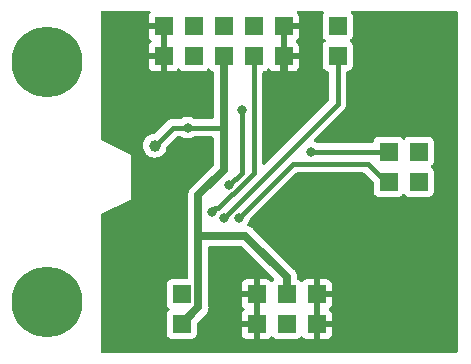
<source format=gbr>
%TF.GenerationSoftware,KiCad,Pcbnew,6.0.11+dfsg-1~bpo11+1*%
%TF.CreationDate,2023-05-28T01:52:08+00:00*%
%TF.ProjectId,LIGHTNING01,4c494748-544e-4494-9e47-30312e6b6963,01A*%
%TF.SameCoordinates,Original*%
%TF.FileFunction,Copper,L1,Top*%
%TF.FilePolarity,Positive*%
%FSLAX46Y46*%
G04 Gerber Fmt 4.6, Leading zero omitted, Abs format (unit mm)*
G04 Created by KiCad (PCBNEW 6.0.11+dfsg-1~bpo11+1) date 2023-05-28 01:52:08*
%MOMM*%
%LPD*%
G01*
G04 APERTURE LIST*
%TA.AperFunction,ComponentPad*%
%ADD10C,6.000000*%
%TD*%
%TA.AperFunction,ComponentPad*%
%ADD11R,1.524000X1.524000*%
%TD*%
%TA.AperFunction,ViaPad*%
%ADD12C,1.000000*%
%TD*%
%TA.AperFunction,ViaPad*%
%ADD13C,0.800000*%
%TD*%
%TA.AperFunction,Conductor*%
%ADD14C,0.700000*%
%TD*%
%TA.AperFunction,Conductor*%
%ADD15C,0.450000*%
%TD*%
G04 APERTURE END LIST*
D10*
%TO.P,M3,1*%
%TO.N,GND*%
X35560000Y5080000D03*
%TD*%
%TO.P,M1,1*%
%TO.N,GND*%
X5080000Y25400000D03*
%TD*%
%TO.P,M2,1*%
%TO.N,GND*%
X5080000Y5080000D03*
%TD*%
%TO.P,M4,1*%
%TO.N,GND*%
X35560000Y25400000D03*
%TD*%
D11*
%TO.P,J1,1*%
%TO.N,/ADR0*%
X16510000Y5715000D03*
%TO.P,J1,2*%
%TO.N,VCC*%
X16510000Y3175000D03*
%TD*%
%TO.P,J3,1*%
%TO.N,/MISO*%
X29718000Y28448000D03*
%TO.P,J3,2*%
X29718000Y25908000D03*
%TD*%
%TO.P,J4,1*%
%TO.N,/SDA_MOSI*%
X22606000Y28391327D03*
%TO.P,J4,2*%
X22606000Y25851327D03*
%TD*%
%TO.P,J5,1*%
%TO.N,/SCL*%
X17526000Y28391327D03*
%TO.P,J5,2*%
X17526000Y25851327D03*
%TD*%
%TO.P,J6,1*%
%TO.N,/IRQ*%
X34036000Y15240000D03*
%TO.P,J6,2*%
X36576000Y15240000D03*
%TD*%
%TO.P,J10,1*%
%TO.N,GND*%
X27940000Y5715000D03*
%TO.P,J10,2*%
X27940000Y3175000D03*
%TO.P,J10,3*%
%TO.N,VCC*%
X25400000Y5715000D03*
%TO.P,J10,4*%
X25400000Y3175000D03*
%TO.P,J10,5*%
%TO.N,GND*%
X22860000Y5715000D03*
%TO.P,J10,6*%
X22860000Y3175000D03*
%TD*%
%TO.P,J8,1*%
%TO.N,GND*%
X25146000Y25851327D03*
%TO.P,J8,2*%
X25146000Y28391327D03*
%TD*%
%TO.P,J7,1*%
%TO.N,VCC*%
X20066000Y25851327D03*
%TO.P,J7,2*%
X20066000Y28391327D03*
%TD*%
%TO.P,J9,1*%
%TO.N,GND*%
X14986000Y25851327D03*
%TO.P,J9,2*%
X14986000Y28391327D03*
%TD*%
%TO.P,J2,1*%
%TO.N,/CS*%
X34036000Y17780000D03*
%TO.P,J2,2*%
X36576000Y17780000D03*
%TD*%
D12*
%TO.N,GND*%
X10414000Y1524000D03*
X18542000Y1524000D03*
X10414000Y4064000D03*
X24384000Y20574000D03*
D13*
X17272000Y16510000D03*
D12*
X11176000Y21844000D03*
X12700000Y17780000D03*
X33274000Y11430000D03*
X34544000Y20320000D03*
X36322000Y20320000D03*
X28194000Y13716000D03*
X10668000Y24638000D03*
X16962773Y21566673D03*
X18542000Y2794000D03*
X10668000Y28448000D03*
D13*
X16510000Y15748000D03*
D12*
X25908000Y23622000D03*
X30734000Y7366000D03*
X12827000Y14097000D03*
X11430000Y19812000D03*
X10668000Y26670000D03*
X12700000Y28448000D03*
X11938000Y23114000D03*
D13*
X15748000Y16510000D03*
D12*
X28194000Y8636000D03*
D13*
X15748000Y15049500D03*
D12*
%TO.N,VCC*%
X14224000Y18288000D03*
D13*
X17018000Y19812000D03*
%TO.N,/SCL*%
X21590000Y21336000D03*
X20493984Y14986000D03*
%TO.N,/CS*%
X27432000Y17780000D03*
%TO.N,/MISO*%
X20066000Y12192000D03*
%TO.N,/IRQ*%
X21336000Y12192000D03*
%TO.N,/SDA_MOSI*%
X19050000Y12700000D03*
%TD*%
D14*
%TO.N,GND*%
X11176000Y21844000D02*
X11176000Y20066000D01*
X15748000Y15049500D02*
X15748000Y9398000D01*
X12700000Y28448000D02*
X10668000Y28448000D01*
X15748000Y9398000D02*
X10414000Y4064000D01*
X10668000Y24638000D02*
X10668000Y24384000D01*
X25146000Y25851327D02*
X25146000Y21336000D01*
X35560000Y25400000D02*
X32560001Y22400001D01*
X32560001Y22400001D02*
X32560001Y22303999D01*
X10414000Y1524000D02*
X18542000Y1524000D01*
X10668000Y26670000D02*
X10668000Y24638000D01*
X35560000Y9322640D02*
X33452640Y11430000D01*
X33452640Y11430000D02*
X33274000Y11430000D01*
X35560000Y5080000D02*
X35560000Y9322640D01*
X11176000Y20066000D02*
X11430000Y19812000D01*
X25146000Y21336000D02*
X24384000Y20574000D01*
X29464000Y7366000D02*
X28194000Y8636000D01*
X32560001Y22303999D02*
X34544000Y20320000D01*
X10668000Y24384000D02*
X11938000Y23114000D01*
X16510000Y15748000D02*
X15748000Y16510000D01*
X16510000Y15748000D02*
X16510000Y16002000D01*
X30734000Y7366000D02*
X29464000Y7366000D01*
%TO.N,VCC*%
X25400000Y5715000D02*
X25400000Y7177000D01*
D15*
X17018000Y19812000D02*
X16764000Y19812000D01*
D14*
X17922001Y10668000D02*
X17922001Y4587001D01*
X20066000Y19812000D02*
X20066000Y25851327D01*
X17922001Y14112001D02*
X20066000Y16256000D01*
D15*
X16764000Y19812000D02*
X15748000Y19812000D01*
X15748000Y19812000D02*
X14224000Y18288000D01*
D14*
X21909000Y10668000D02*
X17922001Y10668000D01*
X20066000Y18542000D02*
X20066000Y19812000D01*
X17922001Y10668000D02*
X17922001Y14112001D01*
X25400000Y7177000D02*
X21909000Y10668000D01*
X20066000Y16256000D02*
X20066000Y18542000D01*
X17922001Y4587001D02*
X16510000Y3175000D01*
D15*
X20066000Y19812000D02*
X17018000Y19812000D01*
%TO.N,/SCL*%
X20493984Y14986000D02*
X21590000Y16002000D01*
X21590000Y21336000D02*
X21590000Y16002000D01*
%TO.N,/CS*%
X27432000Y17780000D02*
X34036000Y17780000D01*
%TO.N,/MISO*%
X29718000Y25908000D02*
X29718000Y21844000D01*
X29718000Y21844000D02*
X20066000Y12192000D01*
%TO.N,/IRQ*%
X25908000Y16764000D02*
X24384000Y15240000D01*
X24384000Y15240000D02*
X21336000Y12192000D01*
X33782000Y15240000D02*
X32258000Y16764000D01*
X32258000Y16764000D02*
X25908000Y16764000D01*
X34036000Y15240000D02*
X33782000Y15240000D01*
%TO.N,/SDA_MOSI*%
X20828000Y14224000D02*
X22606000Y16002000D01*
X19587001Y12999999D02*
X20811002Y14224000D01*
X19050000Y12700000D02*
X19349999Y12999999D01*
X22606000Y16002000D02*
X22606000Y25851327D01*
X19349999Y12999999D02*
X19587001Y12999999D01*
X20811002Y14224000D02*
X20828000Y14224000D01*
%TD*%
%TA.AperFunction,Conductor*%
%TO.N,GND*%
G36*
X13828169Y29697498D02*
G01*
X13874662Y29643842D01*
X13884766Y29573568D01*
X13860874Y29515935D01*
X13779214Y29406976D01*
X13770676Y29391381D01*
X13725522Y29270933D01*
X13721895Y29255678D01*
X13716369Y29204813D01*
X13716000Y29197999D01*
X13716000Y28663442D01*
X13720475Y28648203D01*
X13721865Y28646998D01*
X13729548Y28645327D01*
X15114000Y28645327D01*
X15182121Y28625325D01*
X15228614Y28571669D01*
X15240000Y28519327D01*
X15240000Y24599443D01*
X15244475Y24584204D01*
X15245865Y24582999D01*
X15253548Y24581328D01*
X15792669Y24581328D01*
X15799490Y24581698D01*
X15850352Y24587222D01*
X15865604Y24590848D01*
X15986054Y24636003D01*
X16001649Y24644541D01*
X16103724Y24721042D01*
X16116285Y24733603D01*
X16154862Y24785076D01*
X16211721Y24827591D01*
X16282540Y24832617D01*
X16344833Y24798557D01*
X16356509Y24785082D01*
X16400739Y24726066D01*
X16517295Y24638712D01*
X16653684Y24587582D01*
X16715866Y24580827D01*
X18336134Y24580827D01*
X18398316Y24587582D01*
X18534705Y24638712D01*
X18651261Y24726066D01*
X18695174Y24784659D01*
X18752033Y24827174D01*
X18822852Y24832200D01*
X18885145Y24798140D01*
X18896825Y24784660D01*
X18940739Y24726066D01*
X19057295Y24638712D01*
X19065704Y24635560D01*
X19065705Y24635559D01*
X19125729Y24613057D01*
X19182494Y24570416D01*
X19207194Y24503854D01*
X19207500Y24495075D01*
X19207500Y20671500D01*
X19187498Y20603379D01*
X19133842Y20556886D01*
X19081500Y20545500D01*
X17594996Y20545500D01*
X17526875Y20565502D01*
X17520935Y20569564D01*
X17480094Y20599237D01*
X17480093Y20599238D01*
X17474752Y20603118D01*
X17468724Y20605802D01*
X17468722Y20605803D01*
X17306319Y20678109D01*
X17306318Y20678109D01*
X17300288Y20680794D01*
X17206888Y20700647D01*
X17119944Y20719128D01*
X17119939Y20719128D01*
X17113487Y20720500D01*
X16922513Y20720500D01*
X16916061Y20719128D01*
X16916056Y20719128D01*
X16829113Y20700647D01*
X16735712Y20680794D01*
X16729682Y20678109D01*
X16729681Y20678109D01*
X16567278Y20605803D01*
X16567276Y20605802D01*
X16561248Y20603118D01*
X16555907Y20599238D01*
X16555906Y20599237D01*
X16515065Y20569564D01*
X16448197Y20545706D01*
X16441004Y20545500D01*
X15813166Y20545500D01*
X15794216Y20546933D01*
X15781007Y20548943D01*
X15781003Y20548943D01*
X15773773Y20550043D01*
X15766481Y20549450D01*
X15766477Y20549450D01*
X15723019Y20545915D01*
X15712805Y20545500D01*
X15705174Y20545500D01*
X15701540Y20545076D01*
X15701534Y20545076D01*
X15689039Y20543619D01*
X15677942Y20542325D01*
X15673594Y20541895D01*
X15603295Y20536177D01*
X15596331Y20533921D01*
X15590835Y20532823D01*
X15585382Y20531534D01*
X15578110Y20530686D01*
X15511798Y20506616D01*
X15507667Y20505198D01*
X15487894Y20498792D01*
X15447538Y20485719D01*
X15447534Y20485717D01*
X15440579Y20483464D01*
X15434329Y20479672D01*
X15429212Y20477329D01*
X15424205Y20474822D01*
X15417333Y20472327D01*
X15411220Y20468319D01*
X15411216Y20468317D01*
X15358337Y20433647D01*
X15354616Y20431300D01*
X15294355Y20394733D01*
X15286245Y20387570D01*
X15286229Y20387588D01*
X15282925Y20384658D01*
X15280414Y20382559D01*
X15274294Y20378546D01*
X15269262Y20373234D01*
X15222816Y20324205D01*
X15220438Y20321763D01*
X14229174Y19330499D01*
X14166862Y19296473D01*
X14151501Y19294113D01*
X14115090Y19290800D01*
X14040251Y19283989D01*
X14040248Y19283988D01*
X14034112Y19283430D01*
X14028206Y19281692D01*
X14028202Y19281691D01*
X13923076Y19250751D01*
X13844381Y19227590D01*
X13838923Y19224737D01*
X13838919Y19224735D01*
X13748147Y19177280D01*
X13669110Y19135960D01*
X13514975Y19012032D01*
X13387846Y18860526D01*
X13384879Y18855128D01*
X13384875Y18855123D01*
X13348362Y18788705D01*
X13292567Y18687213D01*
X13290706Y18681346D01*
X13290705Y18681344D01*
X13245095Y18537564D01*
X13232765Y18498694D01*
X13210719Y18302149D01*
X13227268Y18105066D01*
X13281783Y17914950D01*
X13372187Y17739044D01*
X13495035Y17584047D01*
X13499728Y17580053D01*
X13499729Y17580052D01*
X13565264Y17524278D01*
X13645650Y17455864D01*
X13818294Y17359376D01*
X14006392Y17298260D01*
X14202777Y17274842D01*
X14208912Y17275314D01*
X14208914Y17275314D01*
X14393830Y17289543D01*
X14393834Y17289544D01*
X14399972Y17290016D01*
X14590463Y17343202D01*
X14595967Y17345982D01*
X14595969Y17345983D01*
X14761495Y17429596D01*
X14761497Y17429597D01*
X14766996Y17432375D01*
X14922847Y17554139D01*
X15052078Y17703855D01*
X15149769Y17875821D01*
X15212197Y18063487D01*
X15232150Y18221432D01*
X15260532Y18286509D01*
X15268061Y18294735D01*
X16014921Y19041595D01*
X16077233Y19075621D01*
X16104016Y19078500D01*
X16441004Y19078500D01*
X16509125Y19058498D01*
X16515065Y19054436D01*
X16520483Y19050500D01*
X16561248Y19020882D01*
X16567276Y19018198D01*
X16567278Y19018197D01*
X16636834Y18987229D01*
X16735712Y18943206D01*
X16829112Y18923353D01*
X16916056Y18904872D01*
X16916061Y18904872D01*
X16922513Y18903500D01*
X17113487Y18903500D01*
X17119939Y18904872D01*
X17119944Y18904872D01*
X17206888Y18923353D01*
X17300288Y18943206D01*
X17399166Y18987229D01*
X17468722Y19018197D01*
X17468724Y19018198D01*
X17474752Y19020882D01*
X17515518Y19050500D01*
X17520935Y19054436D01*
X17587803Y19078294D01*
X17594996Y19078500D01*
X19081500Y19078500D01*
X19149621Y19058498D01*
X19196114Y19004842D01*
X19207500Y18952500D01*
X19207500Y16663792D01*
X19187498Y16595671D01*
X19170595Y16574697D01*
X17344218Y14748321D01*
X17336452Y14741179D01*
X17296634Y14707530D01*
X17292487Y14702106D01*
X17292486Y14702105D01*
X17247327Y14643039D01*
X17245433Y14640622D01*
X17194491Y14577263D01*
X17191454Y14571144D01*
X17189666Y14568349D01*
X17189413Y14567988D01*
X17189211Y14567621D01*
X17187480Y14564763D01*
X17183341Y14559349D01*
X17161071Y14511590D01*
X17149016Y14485739D01*
X17147682Y14482968D01*
X17111554Y14410187D01*
X17109903Y14403566D01*
X17108752Y14400438D01*
X17108588Y14400045D01*
X17108469Y14399640D01*
X17107392Y14396476D01*
X17104511Y14390297D01*
X17097803Y14360285D01*
X17086786Y14310999D01*
X17086077Y14308003D01*
X17066429Y14229200D01*
X17066238Y14222379D01*
X17065786Y14219076D01*
X17065627Y14218192D01*
X17064949Y14213309D01*
X17063821Y14208261D01*
X17063501Y14202538D01*
X17063501Y14126157D01*
X17063452Y14122638D01*
X17061220Y14042744D01*
X17062499Y14036040D01*
X17063046Y14029239D01*
X17062526Y14029197D01*
X17063501Y14018876D01*
X17063501Y10749010D01*
X17061809Y10728431D01*
X17059785Y10716205D01*
X17060142Y10709389D01*
X17060142Y10709385D01*
X17063328Y10648607D01*
X17063501Y10642012D01*
X17063501Y7111500D01*
X17043499Y7043379D01*
X16989843Y6996886D01*
X16937501Y6985500D01*
X15699866Y6985500D01*
X15637684Y6978745D01*
X15501295Y6927615D01*
X15384739Y6840261D01*
X15297385Y6723705D01*
X15246255Y6587316D01*
X15239500Y6525134D01*
X15239500Y4904866D01*
X15246255Y4842684D01*
X15297385Y4706295D01*
X15384739Y4589739D01*
X15391919Y4584358D01*
X15443332Y4545826D01*
X15485847Y4488967D01*
X15490873Y4418148D01*
X15456813Y4355855D01*
X15443333Y4344175D01*
X15384739Y4300261D01*
X15297385Y4183705D01*
X15246255Y4047316D01*
X15239500Y3985134D01*
X15239500Y2364866D01*
X15246255Y2302684D01*
X15297385Y2166295D01*
X15384739Y2049739D01*
X15501295Y1962385D01*
X15637684Y1911255D01*
X15699866Y1904500D01*
X17320134Y1904500D01*
X17382316Y1911255D01*
X17518705Y1962385D01*
X17635261Y2049739D01*
X17722615Y2166295D01*
X17773745Y2302684D01*
X17780500Y2364866D01*
X17780500Y2368331D01*
X21590001Y2368331D01*
X21590371Y2361510D01*
X21595895Y2310648D01*
X21599521Y2295396D01*
X21644676Y2174946D01*
X21653214Y2159351D01*
X21729715Y2057276D01*
X21742276Y2044715D01*
X21844351Y1968214D01*
X21859946Y1959676D01*
X21980394Y1914522D01*
X21995649Y1910895D01*
X22046514Y1905369D01*
X22053328Y1905000D01*
X22587885Y1905000D01*
X22603124Y1909475D01*
X22604329Y1910865D01*
X22606000Y1918548D01*
X22606000Y2902885D01*
X22601525Y2918124D01*
X22600135Y2919329D01*
X22592452Y2921000D01*
X21608116Y2921000D01*
X21592877Y2916525D01*
X21591672Y2915135D01*
X21590001Y2907452D01*
X21590001Y2368331D01*
X17780500Y2368331D01*
X17780500Y3179207D01*
X17800502Y3247328D01*
X17817405Y3268303D01*
X17996217Y3447115D01*
X21590000Y3447115D01*
X21594475Y3431876D01*
X21595865Y3430671D01*
X21603548Y3429000D01*
X22587885Y3429000D01*
X22603124Y3433475D01*
X22604329Y3434865D01*
X22606000Y3442548D01*
X22606000Y5442885D01*
X22601525Y5458124D01*
X22600135Y5459329D01*
X22592452Y5461000D01*
X21608116Y5461000D01*
X21592877Y5456525D01*
X21591672Y5455135D01*
X21590001Y5447452D01*
X21590001Y4908331D01*
X21590371Y4901510D01*
X21595895Y4850648D01*
X21599521Y4835396D01*
X21644676Y4714946D01*
X21653214Y4699351D01*
X21729715Y4597276D01*
X21742275Y4584716D01*
X21794165Y4545827D01*
X21836681Y4488968D01*
X21841707Y4418149D01*
X21807647Y4355856D01*
X21794165Y4344173D01*
X21742275Y4305284D01*
X21729715Y4292724D01*
X21653214Y4190649D01*
X21644676Y4175054D01*
X21599522Y4054606D01*
X21595895Y4039351D01*
X21590369Y3988486D01*
X21590000Y3981672D01*
X21590000Y3447115D01*
X17996217Y3447115D01*
X18499790Y3950687D01*
X18507557Y3957829D01*
X18542154Y3987065D01*
X18542158Y3987069D01*
X18547368Y3991472D01*
X18596680Y4055970D01*
X18598574Y4058386D01*
X18645233Y4116418D01*
X18645234Y4116419D01*
X18649511Y4121739D01*
X18652548Y4127858D01*
X18654336Y4130653D01*
X18654589Y4131014D01*
X18654791Y4131381D01*
X18656522Y4134239D01*
X18660661Y4139653D01*
X18694987Y4213265D01*
X18696321Y4216037D01*
X18729415Y4282705D01*
X18732448Y4288815D01*
X18734099Y4295436D01*
X18735250Y4298564D01*
X18735414Y4298957D01*
X18735533Y4299362D01*
X18736610Y4302526D01*
X18739491Y4308705D01*
X18757216Y4388003D01*
X18757925Y4390999D01*
X18775922Y4463180D01*
X18775922Y4463181D01*
X18777573Y4469802D01*
X18777764Y4476623D01*
X18778216Y4479926D01*
X18778375Y4480810D01*
X18779053Y4485693D01*
X18780181Y4490741D01*
X18780501Y4496464D01*
X18780501Y4572845D01*
X18780550Y4576364D01*
X18782591Y4649438D01*
X18782782Y4656258D01*
X18781503Y4662962D01*
X18780956Y4669763D01*
X18781476Y4669805D01*
X18780501Y4680126D01*
X18780501Y5987115D01*
X21590000Y5987115D01*
X21594475Y5971876D01*
X21595865Y5970671D01*
X21603548Y5969000D01*
X22587885Y5969000D01*
X22603124Y5973475D01*
X22604329Y5974865D01*
X22606000Y5982548D01*
X22606000Y6966884D01*
X22601525Y6982123D01*
X22600135Y6983328D01*
X22592452Y6984999D01*
X22053331Y6984999D01*
X22046510Y6984629D01*
X21995648Y6979105D01*
X21980396Y6975479D01*
X21859946Y6930324D01*
X21844351Y6921786D01*
X21742276Y6845285D01*
X21729715Y6832724D01*
X21653214Y6730649D01*
X21644676Y6715054D01*
X21599522Y6594606D01*
X21595895Y6579351D01*
X21590369Y6528486D01*
X21590000Y6521672D01*
X21590000Y5987115D01*
X18780501Y5987115D01*
X18780501Y9683500D01*
X18800503Y9751621D01*
X18854159Y9798114D01*
X18906501Y9809500D01*
X21501208Y9809500D01*
X21569329Y9789498D01*
X21590303Y9772595D01*
X24313675Y7049222D01*
X24347701Y6986910D01*
X24342636Y6916094D01*
X24300145Y6859302D01*
X24274739Y6840261D01*
X24230513Y6781251D01*
X24173656Y6738736D01*
X24102837Y6733710D01*
X24040544Y6767770D01*
X24028862Y6781251D01*
X23990285Y6832724D01*
X23977724Y6845285D01*
X23875649Y6921786D01*
X23860054Y6930324D01*
X23739606Y6975478D01*
X23724351Y6979105D01*
X23673486Y6984631D01*
X23666672Y6985000D01*
X23132115Y6985000D01*
X23116876Y6980525D01*
X23115671Y6979135D01*
X23114000Y6971452D01*
X23114000Y1923116D01*
X23118475Y1907877D01*
X23119865Y1906672D01*
X23127548Y1905001D01*
X23666669Y1905001D01*
X23673490Y1905371D01*
X23724352Y1910895D01*
X23739604Y1914521D01*
X23860054Y1959676D01*
X23875649Y1968214D01*
X23977724Y2044715D01*
X23990285Y2057276D01*
X24028862Y2108749D01*
X24085721Y2151264D01*
X24156540Y2156290D01*
X24218833Y2122230D01*
X24230509Y2108755D01*
X24274739Y2049739D01*
X24391295Y1962385D01*
X24527684Y1911255D01*
X24589866Y1904500D01*
X26210134Y1904500D01*
X26272316Y1911255D01*
X26408705Y1962385D01*
X26525261Y2049739D01*
X26569487Y2108749D01*
X26626344Y2151264D01*
X26697163Y2156290D01*
X26759456Y2122230D01*
X26771138Y2108749D01*
X26809715Y2057276D01*
X26822276Y2044715D01*
X26924351Y1968214D01*
X26939946Y1959676D01*
X27060394Y1914522D01*
X27075649Y1910895D01*
X27126514Y1905369D01*
X27133328Y1905000D01*
X27667885Y1905000D01*
X27683124Y1909475D01*
X27684329Y1910865D01*
X27686000Y1918548D01*
X27686000Y1923116D01*
X28194000Y1923116D01*
X28198475Y1907877D01*
X28199865Y1906672D01*
X28207548Y1905001D01*
X28746669Y1905001D01*
X28753490Y1905371D01*
X28804352Y1910895D01*
X28819604Y1914521D01*
X28940054Y1959676D01*
X28955649Y1968214D01*
X29057724Y2044715D01*
X29070285Y2057276D01*
X29146786Y2159351D01*
X29155324Y2174946D01*
X29200478Y2295394D01*
X29204105Y2310649D01*
X29209631Y2361514D01*
X29210000Y2368328D01*
X29210000Y2902885D01*
X29205525Y2918124D01*
X29204135Y2919329D01*
X29196452Y2921000D01*
X28212115Y2921000D01*
X28196876Y2916525D01*
X28195671Y2915135D01*
X28194000Y2907452D01*
X28194000Y1923116D01*
X27686000Y1923116D01*
X27686000Y3447115D01*
X28194000Y3447115D01*
X28198475Y3431876D01*
X28199865Y3430671D01*
X28207548Y3429000D01*
X29191884Y3429000D01*
X29207123Y3433475D01*
X29208328Y3434865D01*
X29209999Y3442548D01*
X29209999Y3981669D01*
X29209629Y3988490D01*
X29204105Y4039352D01*
X29200479Y4054604D01*
X29155324Y4175054D01*
X29146786Y4190649D01*
X29070285Y4292724D01*
X29057725Y4305284D01*
X29005835Y4344173D01*
X28963319Y4401032D01*
X28958293Y4471851D01*
X28992353Y4534144D01*
X29005835Y4545827D01*
X29057725Y4584716D01*
X29070285Y4597276D01*
X29146786Y4699351D01*
X29155324Y4714946D01*
X29200478Y4835394D01*
X29204105Y4850649D01*
X29209631Y4901514D01*
X29210000Y4908328D01*
X29210000Y5442885D01*
X29205525Y5458124D01*
X29204135Y5459329D01*
X29196452Y5461000D01*
X28212115Y5461000D01*
X28196876Y5456525D01*
X28195671Y5455135D01*
X28194000Y5447452D01*
X28194000Y3447115D01*
X27686000Y3447115D01*
X27686000Y5987115D01*
X28194000Y5987115D01*
X28198475Y5971876D01*
X28199865Y5970671D01*
X28207548Y5969000D01*
X29191884Y5969000D01*
X29207123Y5973475D01*
X29208328Y5974865D01*
X29209999Y5982548D01*
X29209999Y6521669D01*
X29209629Y6528490D01*
X29204105Y6579352D01*
X29200479Y6594604D01*
X29155324Y6715054D01*
X29146786Y6730649D01*
X29070285Y6832724D01*
X29057724Y6845285D01*
X28955649Y6921786D01*
X28940054Y6930324D01*
X28819606Y6975478D01*
X28804351Y6979105D01*
X28753486Y6984631D01*
X28746672Y6985000D01*
X28212115Y6985000D01*
X28196876Y6980525D01*
X28195671Y6979135D01*
X28194000Y6971452D01*
X28194000Y5987115D01*
X27686000Y5987115D01*
X27686000Y6966884D01*
X27681525Y6982123D01*
X27680135Y6983328D01*
X27672452Y6984999D01*
X27133331Y6984999D01*
X27126510Y6984629D01*
X27075648Y6979105D01*
X27060396Y6975479D01*
X26939946Y6930324D01*
X26924351Y6921786D01*
X26822276Y6845285D01*
X26809715Y6832724D01*
X26771138Y6781251D01*
X26714279Y6738736D01*
X26643460Y6733710D01*
X26581167Y6767770D01*
X26569491Y6781245D01*
X26525261Y6840261D01*
X26408705Y6927615D01*
X26400296Y6930767D01*
X26400295Y6930768D01*
X26340271Y6953270D01*
X26283506Y6995911D01*
X26258806Y7062473D01*
X26258500Y7071252D01*
X26258500Y7135609D01*
X26258942Y7146152D01*
X26262733Y7191300D01*
X26263304Y7198098D01*
X26252563Y7278605D01*
X26252193Y7281659D01*
X26244154Y7355651D01*
X26243417Y7362437D01*
X26241239Y7368908D01*
X26240527Y7372148D01*
X26240450Y7372583D01*
X26240334Y7372983D01*
X26239537Y7376226D01*
X26238635Y7382988D01*
X26210839Y7459356D01*
X26209841Y7462206D01*
X26186098Y7532757D01*
X26183922Y7539223D01*
X26180409Y7545070D01*
X26179007Y7548104D01*
X26178847Y7548492D01*
X26178636Y7548879D01*
X26177172Y7551854D01*
X26174838Y7558267D01*
X26131333Y7626820D01*
X26129715Y7629439D01*
X26091369Y7693257D01*
X26087853Y7699109D01*
X26083160Y7704072D01*
X26081150Y7706720D01*
X26080627Y7707473D01*
X26077654Y7711404D01*
X26074891Y7715758D01*
X26071071Y7720032D01*
X26017075Y7774028D01*
X26014621Y7776550D01*
X25964381Y7829677D01*
X25959692Y7834636D01*
X25954044Y7838474D01*
X25948852Y7842893D01*
X25949192Y7843293D01*
X25941203Y7849900D01*
X22545320Y11245783D01*
X22538177Y11253550D01*
X22508935Y11288153D01*
X22504529Y11293367D01*
X22440031Y11342679D01*
X22437615Y11344573D01*
X22379583Y11391232D01*
X22379582Y11391233D01*
X22374262Y11395510D01*
X22368143Y11398547D01*
X22365348Y11400335D01*
X22364987Y11400588D01*
X22364620Y11400790D01*
X22361762Y11402521D01*
X22356348Y11406660D01*
X22282736Y11440986D01*
X22279964Y11442320D01*
X22213296Y11475414D01*
X22207186Y11478447D01*
X22200565Y11480098D01*
X22197437Y11481249D01*
X22197044Y11481413D01*
X22196639Y11481532D01*
X22193475Y11482609D01*
X22187296Y11485490D01*
X22168560Y11489678D01*
X22106443Y11524059D01*
X22072775Y11586565D01*
X22078244Y11657350D01*
X22086927Y11675644D01*
X22167223Y11814721D01*
X22167224Y11814722D01*
X22170527Y11820444D01*
X22229542Y12002072D01*
X22230232Y12008642D01*
X22230234Y12008649D01*
X22230299Y12009269D01*
X22230437Y12009604D01*
X22231605Y12015100D01*
X22232610Y12014886D01*
X22257315Y12074924D01*
X22266513Y12085188D01*
X24845739Y14664414D01*
X24845750Y14664424D01*
X26174921Y15993595D01*
X26237233Y16027621D01*
X26264016Y16030500D01*
X31901984Y16030500D01*
X31970105Y16010498D01*
X31991079Y15993595D01*
X32728595Y15256079D01*
X32762621Y15193767D01*
X32765500Y15166984D01*
X32765500Y14429866D01*
X32772255Y14367684D01*
X32823385Y14231295D01*
X32910739Y14114739D01*
X33027295Y14027385D01*
X33163684Y13976255D01*
X33225866Y13969500D01*
X34846134Y13969500D01*
X34908316Y13976255D01*
X35044705Y14027385D01*
X35161261Y14114739D01*
X35205174Y14173332D01*
X35262033Y14215847D01*
X35332852Y14220873D01*
X35395145Y14186813D01*
X35406825Y14173333D01*
X35450739Y14114739D01*
X35567295Y14027385D01*
X35703684Y13976255D01*
X35765866Y13969500D01*
X37386134Y13969500D01*
X37448316Y13976255D01*
X37584705Y14027385D01*
X37701261Y14114739D01*
X37788615Y14231295D01*
X37839745Y14367684D01*
X37846500Y14429866D01*
X37846500Y16050134D01*
X37839745Y16112316D01*
X37788615Y16248705D01*
X37701261Y16365261D01*
X37642668Y16409174D01*
X37600153Y16466033D01*
X37595127Y16536852D01*
X37629187Y16599145D01*
X37642668Y16610826D01*
X37701261Y16654739D01*
X37788615Y16771295D01*
X37839745Y16907684D01*
X37846500Y16969866D01*
X37846500Y18590134D01*
X37839745Y18652316D01*
X37788615Y18788705D01*
X37701261Y18905261D01*
X37584705Y18992615D01*
X37448316Y19043745D01*
X37386134Y19050500D01*
X35765866Y19050500D01*
X35703684Y19043745D01*
X35567295Y18992615D01*
X35450739Y18905261D01*
X35445358Y18898081D01*
X35406826Y18846668D01*
X35349967Y18804153D01*
X35279148Y18799127D01*
X35216855Y18833187D01*
X35205174Y18846668D01*
X35166642Y18898081D01*
X35161261Y18905261D01*
X35044705Y18992615D01*
X34908316Y19043745D01*
X34846134Y19050500D01*
X33225866Y19050500D01*
X33163684Y19043745D01*
X33027295Y18992615D01*
X32910739Y18905261D01*
X32823385Y18788705D01*
X32772255Y18652316D01*
X32771402Y18644461D01*
X32769384Y18625890D01*
X32742141Y18560328D01*
X32683777Y18519903D01*
X32644121Y18513500D01*
X28008996Y18513500D01*
X27940875Y18533502D01*
X27934935Y18537564D01*
X27894094Y18567237D01*
X27894093Y18567238D01*
X27888752Y18571118D01*
X27882724Y18573802D01*
X27882722Y18573803D01*
X27775095Y18621721D01*
X27721000Y18667701D01*
X27700350Y18735628D01*
X27719702Y18803936D01*
X27737249Y18825923D01*
X30190577Y21279252D01*
X30204990Y21291639D01*
X30215752Y21299559D01*
X30221651Y21303900D01*
X30254631Y21342720D01*
X30261561Y21350236D01*
X30266945Y21355620D01*
X30269224Y21358500D01*
X30283945Y21377106D01*
X30286716Y21380486D01*
X30332392Y21434251D01*
X30335722Y21440772D01*
X30338826Y21445427D01*
X30341771Y21450195D01*
X30346318Y21455942D01*
X30376174Y21519823D01*
X30378102Y21523769D01*
X30406847Y21580063D01*
X30410176Y21586582D01*
X30411916Y21593693D01*
X30413869Y21598945D01*
X30415638Y21604263D01*
X30418738Y21610895D01*
X30433102Y21679951D01*
X30434072Y21684236D01*
X30449495Y21747267D01*
X30450830Y21752721D01*
X30451500Y21763520D01*
X30451524Y21763519D01*
X30451788Y21767934D01*
X30452078Y21771184D01*
X30453569Y21778352D01*
X30451546Y21853123D01*
X30451500Y21856531D01*
X30451500Y24516121D01*
X30471502Y24584242D01*
X30525158Y24630735D01*
X30563890Y24641384D01*
X30572563Y24642326D01*
X30590316Y24644255D01*
X30726705Y24695385D01*
X30843261Y24782739D01*
X30930615Y24899295D01*
X30981745Y25035684D01*
X30988500Y25097866D01*
X30988500Y26718134D01*
X30981745Y26780316D01*
X30930615Y26916705D01*
X30843261Y27033261D01*
X30784668Y27077174D01*
X30742153Y27134033D01*
X30737127Y27204852D01*
X30771187Y27267145D01*
X30784668Y27278826D01*
X30836081Y27317358D01*
X30843261Y27322739D01*
X30930615Y27439295D01*
X30981745Y27575684D01*
X30988500Y27637866D01*
X30988500Y29258134D01*
X30981745Y29320316D01*
X30930615Y29456705D01*
X30886223Y29515936D01*
X30861377Y29582442D01*
X30876430Y29651824D01*
X30926605Y29702054D01*
X30987051Y29717500D01*
X39751500Y29717500D01*
X39819621Y29697498D01*
X39866114Y29643842D01*
X39877500Y29591500D01*
X39877500Y888500D01*
X39857498Y820379D01*
X39803842Y773886D01*
X39751500Y762500D01*
X9778000Y762500D01*
X9709879Y782502D01*
X9663386Y836158D01*
X9652000Y888500D01*
X9652000Y12368127D01*
X9672002Y12436248D01*
X9721651Y12480825D01*
X12175798Y13707899D01*
X12192000Y13716000D01*
X12192000Y17526000D01*
X9721650Y18761175D01*
X9669667Y18809529D01*
X9652000Y18873872D01*
X9652000Y25044658D01*
X13716001Y25044658D01*
X13716371Y25037837D01*
X13721895Y24986975D01*
X13725521Y24971723D01*
X13770676Y24851273D01*
X13779214Y24835678D01*
X13855715Y24733603D01*
X13868276Y24721042D01*
X13970351Y24644541D01*
X13985946Y24636003D01*
X14106394Y24590849D01*
X14121649Y24587222D01*
X14172514Y24581696D01*
X14179328Y24581327D01*
X14713885Y24581327D01*
X14729124Y24585802D01*
X14730329Y24587192D01*
X14732000Y24594875D01*
X14732000Y25579212D01*
X14727525Y25594451D01*
X14726135Y25595656D01*
X14718452Y25597327D01*
X13734116Y25597327D01*
X13718877Y25592852D01*
X13717672Y25591462D01*
X13716001Y25583779D01*
X13716001Y25044658D01*
X9652000Y25044658D01*
X9652000Y26123442D01*
X13716000Y26123442D01*
X13720475Y26108203D01*
X13721865Y26106998D01*
X13729548Y26105327D01*
X14713885Y26105327D01*
X14729124Y26109802D01*
X14730329Y26111192D01*
X14732000Y26118875D01*
X14732000Y28119212D01*
X14727525Y28134451D01*
X14726135Y28135656D01*
X14718452Y28137327D01*
X13734116Y28137327D01*
X13718877Y28132852D01*
X13717672Y28131462D01*
X13716001Y28123779D01*
X13716001Y27584658D01*
X13716371Y27577837D01*
X13721895Y27526975D01*
X13725521Y27511723D01*
X13770676Y27391273D01*
X13779214Y27375678D01*
X13855715Y27273603D01*
X13868275Y27261043D01*
X13920165Y27222154D01*
X13962681Y27165295D01*
X13967707Y27094476D01*
X13933647Y27032183D01*
X13920165Y27020500D01*
X13868275Y26981611D01*
X13855715Y26969051D01*
X13779214Y26866976D01*
X13770676Y26851381D01*
X13725522Y26730933D01*
X13721895Y26715678D01*
X13716369Y26664813D01*
X13716000Y26657999D01*
X13716000Y26123442D01*
X9652000Y26123442D01*
X9652000Y29591500D01*
X9672002Y29659621D01*
X9725658Y29706114D01*
X9778000Y29717500D01*
X13760048Y29717500D01*
X13828169Y29697498D01*
G37*
%TD.AperFunction*%
%TA.AperFunction,Conductor*%
G36*
X28517070Y29697498D02*
G01*
X28563563Y29643842D01*
X28573667Y29573568D01*
X28549777Y29515937D01*
X28505385Y29456705D01*
X28454255Y29320316D01*
X28447500Y29258134D01*
X28447500Y27637866D01*
X28454255Y27575684D01*
X28505385Y27439295D01*
X28592739Y27322739D01*
X28599919Y27317358D01*
X28651332Y27278826D01*
X28693847Y27221967D01*
X28698873Y27151148D01*
X28664813Y27088855D01*
X28651333Y27077175D01*
X28592739Y27033261D01*
X28505385Y26916705D01*
X28454255Y26780316D01*
X28447500Y26718134D01*
X28447500Y25097866D01*
X28454255Y25035684D01*
X28505385Y24899295D01*
X28592739Y24782739D01*
X28709295Y24695385D01*
X28845684Y24644255D01*
X28863437Y24642326D01*
X28872110Y24641384D01*
X28937672Y24614141D01*
X28978097Y24555777D01*
X28984500Y24516121D01*
X28984500Y22200016D01*
X28964498Y22131895D01*
X28947595Y22110921D01*
X26167174Y19330499D01*
X23554595Y16717920D01*
X23492283Y16683894D01*
X23421468Y16688959D01*
X23364632Y16731506D01*
X23339821Y16798026D01*
X23339500Y16807015D01*
X23339500Y24459448D01*
X23359502Y24527569D01*
X23413158Y24574062D01*
X23451890Y24584711D01*
X23460563Y24585653D01*
X23478316Y24587582D01*
X23614705Y24638712D01*
X23731261Y24726066D01*
X23775487Y24785076D01*
X23832344Y24827591D01*
X23903163Y24832617D01*
X23965456Y24798557D01*
X23977138Y24785076D01*
X24015715Y24733603D01*
X24028276Y24721042D01*
X24130351Y24644541D01*
X24145946Y24636003D01*
X24266394Y24590849D01*
X24281649Y24587222D01*
X24332514Y24581696D01*
X24339328Y24581327D01*
X24873885Y24581327D01*
X24889124Y24585802D01*
X24890329Y24587192D01*
X24892000Y24594875D01*
X24892000Y24599443D01*
X25400000Y24599443D01*
X25404475Y24584204D01*
X25405865Y24582999D01*
X25413548Y24581328D01*
X25952669Y24581328D01*
X25959490Y24581698D01*
X26010352Y24587222D01*
X26025604Y24590848D01*
X26146054Y24636003D01*
X26161649Y24644541D01*
X26263724Y24721042D01*
X26276285Y24733603D01*
X26352786Y24835678D01*
X26361324Y24851273D01*
X26406478Y24971721D01*
X26410105Y24986976D01*
X26415631Y25037841D01*
X26416000Y25044655D01*
X26416000Y25579212D01*
X26411525Y25594451D01*
X26410135Y25595656D01*
X26402452Y25597327D01*
X25418115Y25597327D01*
X25402876Y25592852D01*
X25401671Y25591462D01*
X25400000Y25583779D01*
X25400000Y24599443D01*
X24892000Y24599443D01*
X24892000Y26123442D01*
X25400000Y26123442D01*
X25404475Y26108203D01*
X25405865Y26106998D01*
X25413548Y26105327D01*
X26397884Y26105327D01*
X26413123Y26109802D01*
X26414328Y26111192D01*
X26415999Y26118875D01*
X26415999Y26657996D01*
X26415629Y26664817D01*
X26410105Y26715679D01*
X26406479Y26730931D01*
X26361324Y26851381D01*
X26352786Y26866976D01*
X26276285Y26969051D01*
X26263725Y26981611D01*
X26211835Y27020500D01*
X26169319Y27077359D01*
X26164293Y27148178D01*
X26198353Y27210471D01*
X26211835Y27222154D01*
X26263725Y27261043D01*
X26276285Y27273603D01*
X26352786Y27375678D01*
X26361324Y27391273D01*
X26406478Y27511721D01*
X26410105Y27526976D01*
X26415631Y27577841D01*
X26416000Y27584655D01*
X26416000Y28119212D01*
X26411525Y28134451D01*
X26410135Y28135656D01*
X26402452Y28137327D01*
X25418115Y28137327D01*
X25402876Y28132852D01*
X25401671Y28131462D01*
X25400000Y28123779D01*
X25400000Y26123442D01*
X24892000Y26123442D01*
X24892000Y28519327D01*
X24912002Y28587448D01*
X24965658Y28633941D01*
X25018000Y28645327D01*
X26397884Y28645327D01*
X26413123Y28649802D01*
X26414328Y28651192D01*
X26415999Y28658875D01*
X26415999Y29197996D01*
X26415629Y29204817D01*
X26410105Y29255679D01*
X26406479Y29270931D01*
X26361324Y29391381D01*
X26352786Y29406976D01*
X26271126Y29515935D01*
X26246278Y29582442D01*
X26261331Y29651824D01*
X26311506Y29702054D01*
X26371952Y29717500D01*
X28448949Y29717500D01*
X28517070Y29697498D01*
G37*
%TD.AperFunction*%
%TD*%
M02*

</source>
